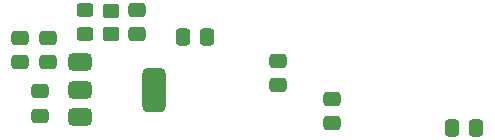
<source format=gbr>
%TF.GenerationSoftware,KiCad,Pcbnew,8.0.5*%
%TF.CreationDate,2024-12-22T00:31:45-07:00*%
%TF.ProjectId,2024_11_STM32F303_DaisyShape_v1_3,32303234-5f31-4315-9f53-544d33324633,rev?*%
%TF.SameCoordinates,Original*%
%TF.FileFunction,Paste,Bot*%
%TF.FilePolarity,Positive*%
%FSLAX46Y46*%
G04 Gerber Fmt 4.6, Leading zero omitted, Abs format (unit mm)*
G04 Created by KiCad (PCBNEW 8.0.5) date 2024-12-22 00:31:45*
%MOMM*%
%LPD*%
G01*
G04 APERTURE LIST*
G04 Aperture macros list*
%AMRoundRect*
0 Rectangle with rounded corners*
0 $1 Rounding radius*
0 $2 $3 $4 $5 $6 $7 $8 $9 X,Y pos of 4 corners*
0 Add a 4 corners polygon primitive as box body*
4,1,4,$2,$3,$4,$5,$6,$7,$8,$9,$2,$3,0*
0 Add four circle primitives for the rounded corners*
1,1,$1+$1,$2,$3*
1,1,$1+$1,$4,$5*
1,1,$1+$1,$6,$7*
1,1,$1+$1,$8,$9*
0 Add four rect primitives between the rounded corners*
20,1,$1+$1,$2,$3,$4,$5,0*
20,1,$1+$1,$4,$5,$6,$7,0*
20,1,$1+$1,$6,$7,$8,$9,0*
20,1,$1+$1,$8,$9,$2,$3,0*%
G04 Aperture macros list end*
%ADD10RoundRect,0.250000X-0.475000X0.337500X-0.475000X-0.337500X0.475000X-0.337500X0.475000X0.337500X0*%
%ADD11RoundRect,0.250000X0.475000X-0.337500X0.475000X0.337500X-0.475000X0.337500X-0.475000X-0.337500X0*%
%ADD12RoundRect,0.250000X0.337500X0.475000X-0.337500X0.475000X-0.337500X-0.475000X0.337500X-0.475000X0*%
%ADD13RoundRect,0.250000X-0.450000X0.350000X-0.450000X-0.350000X0.450000X-0.350000X0.450000X0.350000X0*%
%ADD14RoundRect,0.250000X0.450000X-0.325000X0.450000X0.325000X-0.450000X0.325000X-0.450000X-0.325000X0*%
%ADD15RoundRect,0.375000X-0.625000X-0.375000X0.625000X-0.375000X0.625000X0.375000X-0.625000X0.375000X0*%
%ADD16RoundRect,0.500000X-0.500000X-1.400000X0.500000X-1.400000X0.500000X1.400000X-0.500000X1.400000X0*%
G04 APERTURE END LIST*
D10*
%TO.C,C18*%
X115230000Y-53525000D03*
X115230000Y-55600000D03*
%TD*%
D11*
%TO.C,C17*%
X123475000Y-48712500D03*
X123475000Y-46637500D03*
%TD*%
D12*
%TO.C,C5*%
X129437500Y-48950000D03*
X127362500Y-48950000D03*
%TD*%
%TO.C,C21*%
X152212500Y-56650000D03*
X150137500Y-56650000D03*
%TD*%
D13*
%TO.C,R5*%
X121275000Y-46725000D03*
X121275000Y-48725000D03*
%TD*%
D11*
%TO.C,C15*%
X115900000Y-51062500D03*
X115900000Y-48987500D03*
%TD*%
%TO.C,C6*%
X135375000Y-53012500D03*
X135375000Y-50937500D03*
%TD*%
D14*
%TO.C,D3*%
X119075000Y-48700000D03*
X119075000Y-46650000D03*
%TD*%
D11*
%TO.C,C4*%
X139970000Y-56225000D03*
X139970000Y-54150000D03*
%TD*%
D15*
%TO.C,U4*%
X118625000Y-55687500D03*
X118625000Y-53387500D03*
D16*
X124925000Y-53387500D03*
D15*
X118625000Y-51087500D03*
%TD*%
D11*
%TO.C,C16*%
X113600000Y-51062500D03*
X113600000Y-48987500D03*
%TD*%
M02*

</source>
